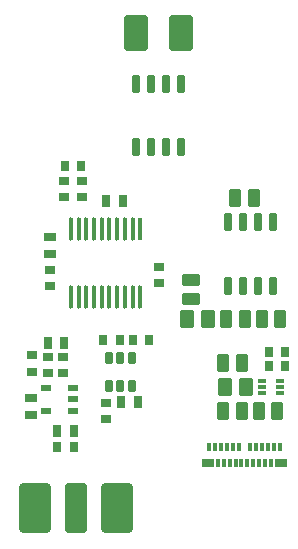
<source format=gtp>
G04*
G04 #@! TF.GenerationSoftware,Altium Limited,Altium Designer,23.3.1 (30)*
G04*
G04 Layer_Color=8421504*
%FSLAX43Y43*%
%MOMM*%
G71*
G04*
G04 #@! TF.SameCoordinates,291B95C8-E4AE-492A-8979-900EF43719B7*
G04*
G04*
G04 #@! TF.FilePolarity,Positive*
G04*
G01*
G75*
G04:AMPARAMS|DCode=15|XSize=1.47mm|YSize=1.19mm|CornerRadius=0.119mm|HoleSize=0mm|Usage=FLASHONLY|Rotation=270.000|XOffset=0mm|YOffset=0mm|HoleType=Round|Shape=RoundedRectangle|*
%AMROUNDEDRECTD15*
21,1,1.470,0.952,0,0,270.0*
21,1,1.232,1.190,0,0,270.0*
1,1,0.238,-0.476,-0.616*
1,1,0.238,-0.476,0.616*
1,1,0.238,0.476,0.616*
1,1,0.238,0.476,-0.616*
%
%ADD15ROUNDEDRECTD15*%
G04:AMPARAMS|DCode=16|XSize=0.95mm|YSize=1.45mm|CornerRadius=0.095mm|HoleSize=0mm|Usage=FLASHONLY|Rotation=90.000|XOffset=0mm|YOffset=0mm|HoleType=Round|Shape=RoundedRectangle|*
%AMROUNDEDRECTD16*
21,1,0.950,1.260,0,0,90.0*
21,1,0.760,1.450,0,0,90.0*
1,1,0.190,0.630,0.380*
1,1,0.190,0.630,-0.380*
1,1,0.190,-0.630,-0.380*
1,1,0.190,-0.630,0.380*
%
%ADD16ROUNDEDRECTD16*%
G04:AMPARAMS|DCode=17|XSize=2mm|YSize=3mm|CornerRadius=0.2mm|HoleSize=0mm|Usage=FLASHONLY|Rotation=180.000|XOffset=0mm|YOffset=0mm|HoleType=Round|Shape=RoundedRectangle|*
%AMROUNDEDRECTD17*
21,1,2.000,2.600,0,0,180.0*
21,1,1.600,3.000,0,0,180.0*
1,1,0.400,-0.800,1.300*
1,1,0.400,0.800,1.300*
1,1,0.400,0.800,-1.300*
1,1,0.400,-0.800,-1.300*
%
%ADD17ROUNDEDRECTD17*%
G04:AMPARAMS|DCode=18|XSize=0.6mm|YSize=1.5mm|CornerRadius=0.06mm|HoleSize=0mm|Usage=FLASHONLY|Rotation=0.000|XOffset=0mm|YOffset=0mm|HoleType=Round|Shape=RoundedRectangle|*
%AMROUNDEDRECTD18*
21,1,0.600,1.380,0,0,0.0*
21,1,0.480,1.500,0,0,0.0*
1,1,0.120,0.240,-0.690*
1,1,0.120,-0.240,-0.690*
1,1,0.120,-0.240,0.690*
1,1,0.120,0.240,0.690*
%
%ADD18ROUNDEDRECTD18*%
G04:AMPARAMS|DCode=19|XSize=0.7mm|YSize=0.9mm|CornerRadius=0.07mm|HoleSize=0mm|Usage=FLASHONLY|Rotation=180.000|XOffset=0mm|YOffset=0mm|HoleType=Round|Shape=RoundedRectangle|*
%AMROUNDEDRECTD19*
21,1,0.700,0.760,0,0,180.0*
21,1,0.560,0.900,0,0,180.0*
1,1,0.140,-0.280,0.380*
1,1,0.140,0.280,0.380*
1,1,0.140,0.280,-0.380*
1,1,0.140,-0.280,-0.380*
%
%ADD19ROUNDEDRECTD19*%
G04:AMPARAMS|DCode=20|XSize=0.7mm|YSize=0.9mm|CornerRadius=0.07mm|HoleSize=0mm|Usage=FLASHONLY|Rotation=270.000|XOffset=0mm|YOffset=0mm|HoleType=Round|Shape=RoundedRectangle|*
%AMROUNDEDRECTD20*
21,1,0.700,0.760,0,0,270.0*
21,1,0.560,0.900,0,0,270.0*
1,1,0.140,-0.380,-0.280*
1,1,0.140,-0.380,0.280*
1,1,0.140,0.380,0.280*
1,1,0.140,0.380,-0.280*
%
%ADD20ROUNDEDRECTD20*%
G04:AMPARAMS|DCode=21|XSize=1.78mm|YSize=4.19mm|CornerRadius=0.178mm|HoleSize=0mm|Usage=FLASHONLY|Rotation=180.000|XOffset=0mm|YOffset=0mm|HoleType=Round|Shape=RoundedRectangle|*
%AMROUNDEDRECTD21*
21,1,1.780,3.834,0,0,180.0*
21,1,1.424,4.190,0,0,180.0*
1,1,0.356,-0.712,1.917*
1,1,0.356,0.712,1.917*
1,1,0.356,0.712,-1.917*
1,1,0.356,-0.712,-1.917*
%
%ADD21ROUNDEDRECTD21*%
G04:AMPARAMS|DCode=22|XSize=2.665mm|YSize=4.19mm|CornerRadius=0.267mm|HoleSize=0mm|Usage=FLASHONLY|Rotation=180.000|XOffset=0mm|YOffset=0mm|HoleType=Round|Shape=RoundedRectangle|*
%AMROUNDEDRECTD22*
21,1,2.665,3.657,0,0,180.0*
21,1,2.132,4.190,0,0,180.0*
1,1,0.533,-1.066,1.829*
1,1,0.533,1.066,1.829*
1,1,0.533,1.066,-1.829*
1,1,0.533,-1.066,-1.829*
%
%ADD22ROUNDEDRECTD22*%
G04:AMPARAMS|DCode=23|XSize=0.75mm|YSize=0.96mm|CornerRadius=0.075mm|HoleSize=0mm|Usage=FLASHONLY|Rotation=0.000|XOffset=0mm|YOffset=0mm|HoleType=Round|Shape=RoundedRectangle|*
%AMROUNDEDRECTD23*
21,1,0.750,0.810,0,0,0.0*
21,1,0.600,0.960,0,0,0.0*
1,1,0.150,0.300,-0.405*
1,1,0.150,-0.300,-0.405*
1,1,0.150,-0.300,0.405*
1,1,0.150,0.300,0.405*
%
%ADD23ROUNDEDRECTD23*%
G04:AMPARAMS|DCode=24|XSize=0.95mm|YSize=1.45mm|CornerRadius=0.095mm|HoleSize=0mm|Usage=FLASHONLY|Rotation=180.000|XOffset=0mm|YOffset=0mm|HoleType=Round|Shape=RoundedRectangle|*
%AMROUNDEDRECTD24*
21,1,0.950,1.260,0,0,180.0*
21,1,0.760,1.450,0,0,180.0*
1,1,0.190,-0.380,0.630*
1,1,0.190,0.380,0.630*
1,1,0.190,0.380,-0.630*
1,1,0.190,-0.380,-0.630*
%
%ADD24ROUNDEDRECTD24*%
G04:AMPARAMS|DCode=25|XSize=0.3mm|YSize=0.7mm|CornerRadius=0.03mm|HoleSize=0mm|Usage=FLASHONLY|Rotation=0.000|XOffset=0mm|YOffset=0mm|HoleType=Round|Shape=RoundedRectangle|*
%AMROUNDEDRECTD25*
21,1,0.300,0.640,0,0,0.0*
21,1,0.240,0.700,0,0,0.0*
1,1,0.060,0.120,-0.320*
1,1,0.060,-0.120,-0.320*
1,1,0.060,-0.120,0.320*
1,1,0.060,0.120,0.320*
%
%ADD25ROUNDEDRECTD25*%
G04:AMPARAMS|DCode=26|XSize=1mm|YSize=0.7mm|CornerRadius=0.07mm|HoleSize=0mm|Usage=FLASHONLY|Rotation=0.000|XOffset=0mm|YOffset=0mm|HoleType=Round|Shape=RoundedRectangle|*
%AMROUNDEDRECTD26*
21,1,1.000,0.560,0,0,0.0*
21,1,0.860,0.700,0,0,0.0*
1,1,0.140,0.430,-0.280*
1,1,0.140,-0.430,-0.280*
1,1,0.140,-0.430,0.280*
1,1,0.140,0.430,0.280*
%
%ADD26ROUNDEDRECTD26*%
G04:AMPARAMS|DCode=27|XSize=0.55mm|YSize=0.8mm|CornerRadius=0.055mm|HoleSize=0mm|Usage=FLASHONLY|Rotation=270.000|XOffset=0mm|YOffset=0mm|HoleType=Round|Shape=RoundedRectangle|*
%AMROUNDEDRECTD27*
21,1,0.550,0.690,0,0,270.0*
21,1,0.440,0.800,0,0,270.0*
1,1,0.110,-0.345,-0.220*
1,1,0.110,-0.345,0.220*
1,1,0.110,0.345,0.220*
1,1,0.110,0.345,-0.220*
%
%ADD27ROUNDEDRECTD27*%
G04:AMPARAMS|DCode=28|XSize=0.6mm|YSize=0.95mm|CornerRadius=0.06mm|HoleSize=0mm|Usage=FLASHONLY|Rotation=180.000|XOffset=0mm|YOffset=0mm|HoleType=Round|Shape=RoundedRectangle|*
%AMROUNDEDRECTD28*
21,1,0.600,0.830,0,0,180.0*
21,1,0.480,0.950,0,0,180.0*
1,1,0.120,-0.240,0.415*
1,1,0.120,0.240,0.415*
1,1,0.120,0.240,-0.415*
1,1,0.120,-0.240,-0.415*
%
%ADD28ROUNDEDRECTD28*%
%ADD29R,0.421X1.955*%
G04:AMPARAMS|DCode=30|XSize=1.955mm|YSize=0.421mm|CornerRadius=0.21mm|HoleSize=0mm|Usage=FLASHONLY|Rotation=270.000|XOffset=0mm|YOffset=0mm|HoleType=Round|Shape=RoundedRectangle|*
%AMROUNDEDRECTD30*
21,1,1.955,0.000,0,0,270.0*
21,1,1.534,0.421,0,0,270.0*
1,1,0.421,0.000,-0.767*
1,1,0.421,0.000,0.767*
1,1,0.421,0.000,0.767*
1,1,0.421,0.000,-0.767*
%
%ADD30ROUNDEDRECTD30*%
G04:AMPARAMS|DCode=31|XSize=0.3mm|YSize=0.67mm|CornerRadius=0.03mm|HoleSize=0mm|Usage=FLASHONLY|Rotation=90.000|XOffset=0mm|YOffset=0mm|HoleType=Round|Shape=RoundedRectangle|*
%AMROUNDEDRECTD31*
21,1,0.300,0.610,0,0,90.0*
21,1,0.240,0.670,0,0,90.0*
1,1,0.060,0.305,0.120*
1,1,0.060,0.305,-0.120*
1,1,0.060,-0.305,-0.120*
1,1,0.060,-0.305,0.120*
%
%ADD31ROUNDEDRECTD31*%
G04:AMPARAMS|DCode=32|XSize=0.75mm|YSize=0.96mm|CornerRadius=0.075mm|HoleSize=0mm|Usage=FLASHONLY|Rotation=270.000|XOffset=0mm|YOffset=0mm|HoleType=Round|Shape=RoundedRectangle|*
%AMROUNDEDRECTD32*
21,1,0.750,0.810,0,0,270.0*
21,1,0.600,0.960,0,0,270.0*
1,1,0.150,-0.405,-0.300*
1,1,0.150,-0.405,0.300*
1,1,0.150,0.405,0.300*
1,1,0.150,0.405,-0.300*
%
%ADD32ROUNDEDRECTD32*%
D15*
X14860Y18750D02*
D03*
X16640D02*
D03*
X18110Y13000D02*
D03*
X19890D02*
D03*
D16*
X15250Y22050D02*
D03*
Y20450D02*
D03*
D17*
X10595Y43000D02*
D03*
X14405D02*
D03*
D18*
Y38700D02*
D03*
X13135D02*
D03*
X11865D02*
D03*
X10595D02*
D03*
X14405Y33300D02*
D03*
X13135D02*
D03*
X11865D02*
D03*
X10595D02*
D03*
X22155Y26950D02*
D03*
X20885Y26950D02*
D03*
X19615D02*
D03*
X18345D02*
D03*
X22155Y21550D02*
D03*
X20885D02*
D03*
X19615D02*
D03*
X18345D02*
D03*
D19*
X5935Y31750D02*
D03*
X4565D02*
D03*
X10315Y17000D02*
D03*
X11685D02*
D03*
X9185D02*
D03*
X7815D02*
D03*
X3915Y7900D02*
D03*
X5285Y7900D02*
D03*
X23185Y16000D02*
D03*
X21815D02*
D03*
Y14750D02*
D03*
X23185D02*
D03*
D20*
X6000Y30435D02*
D03*
Y29065D02*
D03*
X4500Y30435D02*
D03*
Y29065D02*
D03*
X1750Y15685D02*
D03*
Y14315D02*
D03*
X4400Y15535D02*
D03*
Y14165D02*
D03*
X3100Y14165D02*
D03*
Y15535D02*
D03*
X8000Y10315D02*
D03*
Y11685D02*
D03*
X3250Y22935D02*
D03*
X3250Y21565D02*
D03*
X12500Y23185D02*
D03*
Y21815D02*
D03*
D21*
X5500Y2750D02*
D03*
D22*
X2008D02*
D03*
X8992D02*
D03*
D23*
X3100Y16750D02*
D03*
X4500D02*
D03*
X3900Y9300D02*
D03*
X5300Y9300D02*
D03*
X9300Y11750D02*
D03*
X10700D02*
D03*
X8050Y28750D02*
D03*
X9450D02*
D03*
D24*
X18950Y29000D02*
D03*
X20550Y29000D02*
D03*
X19800Y18750D02*
D03*
X18200Y18750D02*
D03*
X21200Y18750D02*
D03*
X22800D02*
D03*
X20950Y11000D02*
D03*
X22550D02*
D03*
X19550Y15000D02*
D03*
X17950D02*
D03*
X19550Y11000D02*
D03*
X17950D02*
D03*
D25*
X16750Y7960D02*
D03*
X17250D02*
D03*
X17750D02*
D03*
X18250D02*
D03*
X18750D02*
D03*
X19250Y7960D02*
D03*
X20250D02*
D03*
X20750Y7960D02*
D03*
X21250D02*
D03*
X21750D02*
D03*
X22250D02*
D03*
X22750D02*
D03*
X22000Y6610D02*
D03*
X21500D02*
D03*
X21000D02*
D03*
X20500D02*
D03*
X20000D02*
D03*
X19500D02*
D03*
X19000D02*
D03*
X18500D02*
D03*
X18000D02*
D03*
X17500D02*
D03*
D26*
X22850D02*
D03*
X16650D02*
D03*
D27*
X2950Y11000D02*
D03*
X2950Y12900D02*
D03*
X5250D02*
D03*
Y11950D02*
D03*
Y11000D02*
D03*
D28*
X8300Y15440D02*
D03*
X9250D02*
D03*
X10200D02*
D03*
Y13060D02*
D03*
X9250D02*
D03*
X8300D02*
D03*
D29*
X10925Y26375D02*
D03*
D30*
X10275D02*
D03*
X9625D02*
D03*
X8975D02*
D03*
X8325D02*
D03*
X7675D02*
D03*
X7025D02*
D03*
X6375D02*
D03*
X5725D02*
D03*
X5075D02*
D03*
Y20625D02*
D03*
X5725D02*
D03*
X6375D02*
D03*
X7025D02*
D03*
X7675D02*
D03*
X8325D02*
D03*
X8975D02*
D03*
X9625D02*
D03*
X10275D02*
D03*
X10925D02*
D03*
D31*
X21260Y13500D02*
D03*
Y13000D02*
D03*
X21260Y12500D02*
D03*
X22740D02*
D03*
X22740Y13000D02*
D03*
Y13500D02*
D03*
D32*
X3250Y25700D02*
D03*
Y24300D02*
D03*
X1700Y10650D02*
D03*
Y12050D02*
D03*
M02*

</source>
